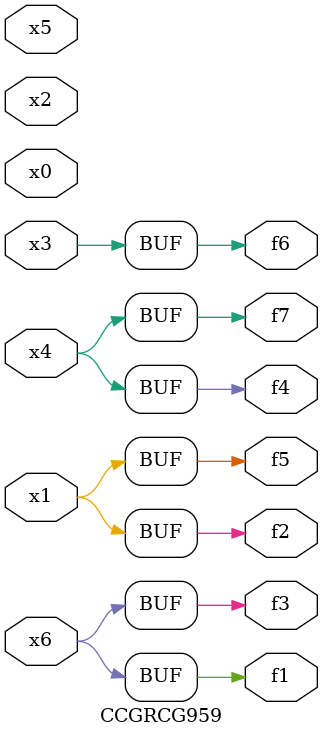
<source format=v>
module CCGRCG959(
	input x0, x1, x2, x3, x4, x5, x6,
	output f1, f2, f3, f4, f5, f6, f7
);
	assign f1 = x6;
	assign f2 = x1;
	assign f3 = x6;
	assign f4 = x4;
	assign f5 = x1;
	assign f6 = x3;
	assign f7 = x4;
endmodule

</source>
